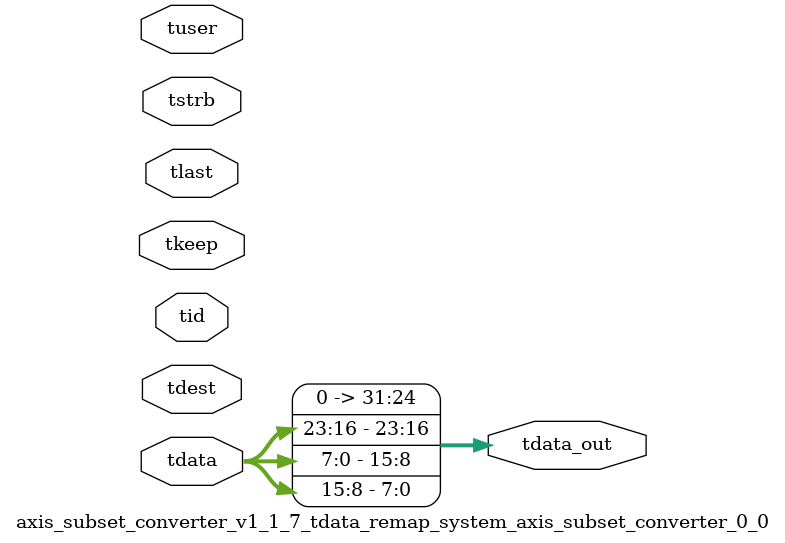
<source format=v>


`timescale 1ps/1ps

module axis_subset_converter_v1_1_7_tdata_remap_system_axis_subset_converter_0_0 #
(
parameter C_S_AXIS_TDATA_WIDTH = 32,
parameter C_S_AXIS_TUSER_WIDTH = 0,
parameter C_S_AXIS_TID_WIDTH   = 0,
parameter C_S_AXIS_TDEST_WIDTH = 0,
parameter C_M_AXIS_TDATA_WIDTH = 32
)
(
input  [(C_S_AXIS_TDATA_WIDTH == 0 ? 1 : C_S_AXIS_TDATA_WIDTH)-1:0     ] tdata,
input  [(C_S_AXIS_TUSER_WIDTH == 0 ? 1 : C_S_AXIS_TUSER_WIDTH)-1:0     ] tuser,
input  [(C_S_AXIS_TID_WIDTH   == 0 ? 1 : C_S_AXIS_TID_WIDTH)-1:0       ] tid,
input  [(C_S_AXIS_TDEST_WIDTH == 0 ? 1 : C_S_AXIS_TDEST_WIDTH)-1:0     ] tdest,
input  [(C_S_AXIS_TDATA_WIDTH/8)-1:0 ] tkeep,
input  [(C_S_AXIS_TDATA_WIDTH/8)-1:0 ] tstrb,
input                                                                    tlast,
output [C_M_AXIS_TDATA_WIDTH-1:0] tdata_out
);

assign tdata_out = {tdata[23:16],tdata[7:0],tdata[15:8]};

endmodule


</source>
